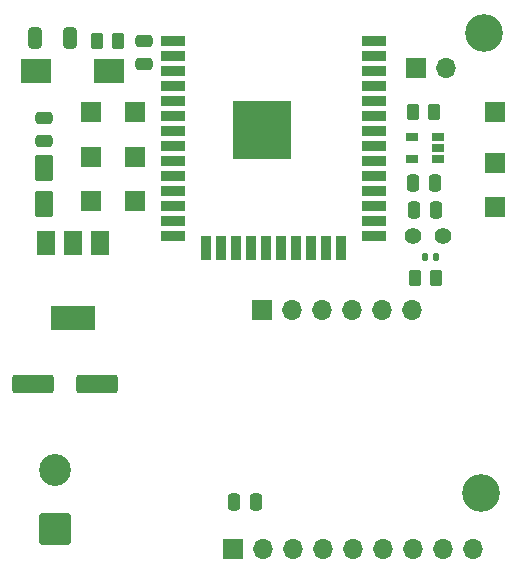
<source format=gbr>
%TF.GenerationSoftware,KiCad,Pcbnew,5.99.0-unknown-2b86b34124~125~ubuntu18.04.1*%
%TF.CreationDate,2021-04-08T16:17:32+02:00*%
%TF.ProjectId,controlAVR155,636f6e74-726f-46c4-9156-523135352e6b,rev?*%
%TF.SameCoordinates,Original*%
%TF.FileFunction,Soldermask,Top*%
%TF.FilePolarity,Negative*%
%FSLAX46Y46*%
G04 Gerber Fmt 4.6, Leading zero omitted, Abs format (unit mm)*
G04 Created by KiCad (PCBNEW 5.99.0-unknown-2b86b34124~125~ubuntu18.04.1) date 2021-04-08 16:17:32*
%MOMM*%
%LPD*%
G01*
G04 APERTURE LIST*
G04 Aperture macros list*
%AMRoundRect*
0 Rectangle with rounded corners*
0 $1 Rounding radius*
0 $2 $3 $4 $5 $6 $7 $8 $9 X,Y pos of 4 corners*
0 Add a 4 corners polygon primitive as box body*
4,1,4,$2,$3,$4,$5,$6,$7,$8,$9,$2,$3,0*
0 Add four circle primitives for the rounded corners*
1,1,$1+$1,$2,$3*
1,1,$1+$1,$4,$5*
1,1,$1+$1,$6,$7*
1,1,$1+$1,$8,$9*
0 Add four rect primitives between the rounded corners*
20,1,$1+$1,$2,$3,$4,$5,0*
20,1,$1+$1,$4,$5,$6,$7,0*
20,1,$1+$1,$6,$7,$8,$9,0*
20,1,$1+$1,$8,$9,$2,$3,0*%
G04 Aperture macros list end*
%ADD10RoundRect,0.250000X-0.475000X0.250000X-0.475000X-0.250000X0.475000X-0.250000X0.475000X0.250000X0*%
%ADD11C,3.200000*%
%ADD12R,1.700000X1.700000*%
%ADD13O,1.700000X1.700000*%
%ADD14RoundRect,0.250000X0.550000X-0.850000X0.550000X0.850000X-0.550000X0.850000X-0.550000X-0.850000X0*%
%ADD15R,2.500000X2.000000*%
%ADD16R,2.000000X0.900000*%
%ADD17R,0.900000X2.000000*%
%ADD18R,5.000000X5.000000*%
%ADD19RoundRect,0.147500X-0.147500X-0.172500X0.147500X-0.172500X0.147500X0.172500X-0.147500X0.172500X0*%
%ADD20RoundRect,0.250000X-0.250000X-0.475000X0.250000X-0.475000X0.250000X0.475000X-0.250000X0.475000X0*%
%ADD21C,1.400000*%
%ADD22RoundRect,0.250000X-0.262500X-0.450000X0.262500X-0.450000X0.262500X0.450000X-0.262500X0.450000X0*%
%ADD23R,1.500000X2.000000*%
%ADD24R,3.800000X2.000000*%
%ADD25RoundRect,0.250001X1.099999X-1.099999X1.099999X1.099999X-1.099999X1.099999X-1.099999X-1.099999X0*%
%ADD26C,2.700000*%
%ADD27RoundRect,0.250000X0.475000X-0.250000X0.475000X0.250000X-0.475000X0.250000X-0.475000X-0.250000X0*%
%ADD28R,1.060000X0.650000*%
%ADD29RoundRect,0.250000X0.262500X0.450000X-0.262500X0.450000X-0.262500X-0.450000X0.262500X-0.450000X0*%
%ADD30RoundRect,0.250000X1.500000X0.550000X-1.500000X0.550000X-1.500000X-0.550000X1.500000X-0.550000X0*%
%ADD31RoundRect,0.250000X-0.325000X-0.650000X0.325000X-0.650000X0.325000X0.650000X-0.325000X0.650000X0*%
G04 APERTURE END LIST*
D10*
%TO.C,C3*%
X109250000Y-80000000D03*
X109250000Y-81900000D03*
%TD*%
D11*
%TO.C,*%
X146500000Y-72750000D03*
%TD*%
D12*
%TO.C,J2*%
X113250000Y-79500000D03*
%TD*%
%TO.C,J10*%
X147500000Y-83750000D03*
%TD*%
%TO.C,J9*%
X127750000Y-96250000D03*
D13*
X130290000Y-96250000D03*
X132830000Y-96250000D03*
X135370000Y-96250000D03*
X137910000Y-96250000D03*
X140450000Y-96250000D03*
%TD*%
D12*
%TO.C,J3*%
X113250000Y-83250000D03*
%TD*%
%TO.C,J8*%
X125250000Y-116500000D03*
D13*
X127790000Y-116500000D03*
X130330000Y-116500000D03*
X132870000Y-116500000D03*
X135410000Y-116500000D03*
X137950000Y-116500000D03*
X140490000Y-116500000D03*
X143030000Y-116500000D03*
X145570000Y-116500000D03*
%TD*%
D11*
%TO.C,REF\u002A\u002A*%
X146250000Y-111750000D03*
%TD*%
D14*
%TO.C,C4*%
X109250000Y-87250000D03*
X109250000Y-84250000D03*
%TD*%
D15*
%TO.C,SW1*%
X108590000Y-76000000D03*
X114750000Y-76000000D03*
%TD*%
D16*
%TO.C,U2*%
X120200000Y-73465000D03*
X120200000Y-74735000D03*
X120200000Y-76005000D03*
X120200000Y-77275000D03*
X120200000Y-78545000D03*
X120200000Y-79815000D03*
X120200000Y-81085000D03*
X120200000Y-82355000D03*
X120200000Y-83625000D03*
X120200000Y-84895000D03*
X120200000Y-86165000D03*
X120200000Y-87435000D03*
X120200000Y-88705000D03*
X120200000Y-89975000D03*
D17*
X122985000Y-90975000D03*
X124255000Y-90975000D03*
X125525000Y-90975000D03*
X126795000Y-90975000D03*
X128065000Y-90975000D03*
X129335000Y-90975000D03*
X130605000Y-90975000D03*
X131875000Y-90975000D03*
X133145000Y-90975000D03*
X134415000Y-90975000D03*
D16*
X137200000Y-89975000D03*
X137200000Y-88705000D03*
X137200000Y-87435000D03*
X137200000Y-86165000D03*
X137200000Y-84895000D03*
X137200000Y-83625000D03*
X137200000Y-82355000D03*
X137200000Y-81085000D03*
X137200000Y-79815000D03*
X137200000Y-78545000D03*
X137200000Y-77275000D03*
X137200000Y-76005000D03*
X137200000Y-74735000D03*
X137200000Y-73465000D03*
D18*
X127700000Y-80965000D03*
%TD*%
D19*
%TO.C,D1*%
X141515000Y-91750000D03*
X142485000Y-91750000D03*
%TD*%
D20*
%TO.C,C8*%
X140500000Y-85500000D03*
X142400000Y-85500000D03*
%TD*%
D21*
%TO.C,JP0*%
X140500000Y-90000000D03*
X143040000Y-90000000D03*
%TD*%
D22*
%TO.C,R2*%
X140500000Y-79500000D03*
X142325000Y-79500000D03*
%TD*%
D12*
%TO.C,J6*%
X117000000Y-87000000D03*
%TD*%
D23*
%TO.C,U1*%
X114050000Y-90600000D03*
X111750000Y-90600000D03*
D24*
X111750000Y-96900000D03*
D23*
X109450000Y-90600000D03*
%TD*%
D25*
%TO.C,JP1*%
X110200000Y-114777500D03*
D26*
X110200000Y-109777500D03*
%TD*%
D12*
%TO.C,J1*%
X117000000Y-79500000D03*
%TD*%
%TO.C,J11*%
X147500000Y-79500000D03*
%TD*%
D27*
%TO.C,C5*%
X117750000Y-75400000D03*
X117750000Y-73500000D03*
%TD*%
D12*
%TO.C,J7*%
X140750000Y-75725000D03*
D13*
X143290000Y-75725000D03*
%TD*%
D28*
%TO.C,U3*%
X142600000Y-83450000D03*
X142600000Y-82500000D03*
X142600000Y-81550000D03*
X140400000Y-81550000D03*
X140400000Y-83450000D03*
%TD*%
D12*
%TO.C,J4*%
X117000000Y-83250000D03*
%TD*%
D29*
%TO.C,R1*%
X115575000Y-73500000D03*
X113750000Y-73500000D03*
%TD*%
D30*
%TO.C,C2*%
X113750000Y-102500000D03*
X108350000Y-102500000D03*
%TD*%
D20*
%TO.C,C7*%
X140600000Y-87750000D03*
X142500000Y-87750000D03*
%TD*%
%TO.C,C1*%
X125350000Y-112500000D03*
X127250000Y-112500000D03*
%TD*%
D12*
%TO.C,J5*%
X113250000Y-87000000D03*
%TD*%
D29*
%TO.C,R3*%
X142500000Y-93500000D03*
X140675000Y-93500000D03*
%TD*%
D12*
%TO.C,J12*%
X147500000Y-87500000D03*
%TD*%
D31*
%TO.C,C6*%
X108550000Y-73250000D03*
X111500000Y-73250000D03*
%TD*%
M02*

</source>
